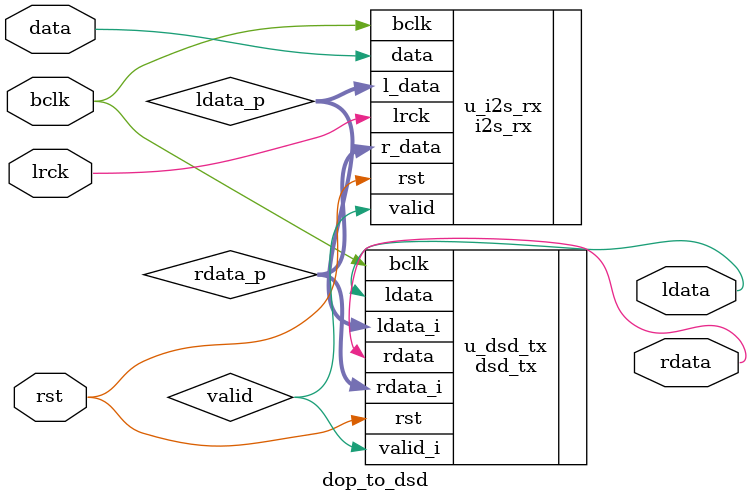
<source format=v>
module dop_to_dsd#(
    parameter DW = 16
)(
    input rst,
    input bclk,
    input lrck,
    input data,

    output ldata,
    output rdata
);

wire            valid;
wire [DW-1:0]   ldata_p;
wire [DW-1:0]   rdata_p;


dsd_tx#( .DW (DW)) u_dsd_tx (
    .rst    (rst),
    .bclk   (bclk),

    .valid_i(valid),
    .ldata_i(ldata_p),
    .rdata_i(rdata_p),

    .ldata  (ldata),
    .rdata  (rdata)
);

i2s_rx#( .DW (DW + 8), .TYPE ("I2S")) u_i2s_rx (
    .rst   (rst),
    .lrck  (lrck),
    .bclk  (bclk),
    .data  (data),

    .valid (valid),
    .l_data(ldata_p),
    .r_data(rdata_p)
);



endmodule

</source>
